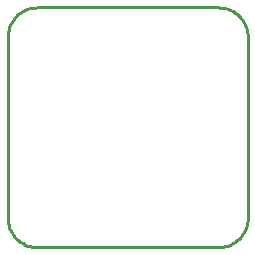
<source format=gbr>
G04 EAGLE Gerber RS-274X export*
G75*
%MOMM*%
%FSLAX34Y34*%
%LPD*%
%IN*%
%IPPOS*%
%AMOC8*
5,1,8,0,0,1.08239X$1,22.5*%
G01*
%ADD10C,0.254000*%


D10*
X50Y25526D02*
X147Y23312D01*
X436Y21115D01*
X915Y18952D01*
X1582Y16839D01*
X2430Y14792D01*
X3453Y12826D01*
X4644Y10957D01*
X5992Y9199D01*
X7490Y7566D01*
X9123Y6068D01*
X10881Y4720D01*
X12750Y3529D01*
X14716Y2506D01*
X16763Y1658D01*
X18876Y991D01*
X21039Y512D01*
X23236Y223D01*
X25450Y126D01*
X177904Y126D01*
X180118Y223D01*
X182315Y512D01*
X184478Y991D01*
X186591Y1658D01*
X188639Y2506D01*
X190604Y3529D01*
X192473Y4720D01*
X194231Y6068D01*
X195865Y7566D01*
X197362Y9199D01*
X198710Y10957D01*
X199901Y12826D01*
X200924Y14792D01*
X201772Y16839D01*
X202439Y18952D01*
X202918Y21115D01*
X203207Y23312D01*
X203304Y25526D01*
X203304Y177928D01*
X203207Y180142D01*
X202918Y182339D01*
X202439Y184502D01*
X201772Y186615D01*
X200924Y188663D01*
X199901Y190628D01*
X198710Y192497D01*
X197362Y194255D01*
X195865Y195889D01*
X194231Y197386D01*
X192473Y198734D01*
X190604Y199925D01*
X188639Y200948D01*
X186591Y201796D01*
X184478Y202463D01*
X182315Y202942D01*
X180118Y203231D01*
X177904Y203328D01*
X25450Y203328D01*
X23236Y203231D01*
X21039Y202942D01*
X18876Y202463D01*
X16763Y201796D01*
X14716Y200948D01*
X12750Y199925D01*
X10881Y198734D01*
X9123Y197386D01*
X7490Y195889D01*
X5992Y194255D01*
X4644Y192497D01*
X3453Y190628D01*
X2430Y188663D01*
X1582Y186615D01*
X915Y184502D01*
X436Y182339D01*
X147Y180142D01*
X50Y177928D01*
X50Y25526D01*
M02*

</source>
